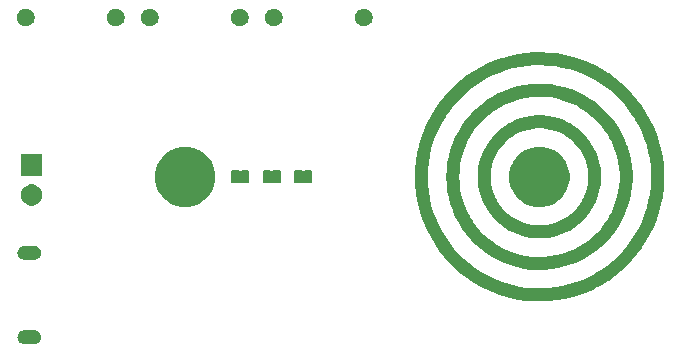
<source format=gbr>
G04 #@! TF.GenerationSoftware,KiCad,Pcbnew,5.1.5-52549c5~84~ubuntu18.04.1*
G04 #@! TF.CreationDate,2020-01-15T09:57:23+01:00*
G04 #@! TF.ProjectId,geneva,67656e65-7661-42e6-9b69-6361645f7063,rev?*
G04 #@! TF.SameCoordinates,Original*
G04 #@! TF.FileFunction,Soldermask,Top*
G04 #@! TF.FilePolarity,Negative*
%FSLAX46Y46*%
G04 Gerber Fmt 4.6, Leading zero omitted, Abs format (unit mm)*
G04 Created by KiCad (PCBNEW 5.1.5-52549c5~84~ubuntu18.04.1) date 2020-01-15 09:57:23*
%MOMM*%
%LPD*%
G04 APERTURE LIST*
%ADD10C,0.101600*%
G04 APERTURE END LIST*
D10*
G36*
X57337916Y-113007334D02*
G01*
X57446492Y-113040271D01*
X57446495Y-113040272D01*
X57482601Y-113059571D01*
X57546557Y-113093756D01*
X57634264Y-113165736D01*
X57706244Y-113253443D01*
X57740429Y-113317399D01*
X57759728Y-113353505D01*
X57759729Y-113353508D01*
X57792666Y-113462084D01*
X57803787Y-113575000D01*
X57792666Y-113687916D01*
X57759729Y-113796492D01*
X57759728Y-113796495D01*
X57740429Y-113832601D01*
X57706244Y-113896557D01*
X57634264Y-113984264D01*
X57546557Y-114056244D01*
X57482601Y-114090429D01*
X57446495Y-114109728D01*
X57446492Y-114109729D01*
X57337916Y-114142666D01*
X57253298Y-114151000D01*
X56346702Y-114151000D01*
X56262084Y-114142666D01*
X56153508Y-114109729D01*
X56153505Y-114109728D01*
X56117399Y-114090429D01*
X56053443Y-114056244D01*
X55965736Y-113984264D01*
X55893756Y-113896557D01*
X55859571Y-113832601D01*
X55840272Y-113796495D01*
X55840271Y-113796492D01*
X55807334Y-113687916D01*
X55796213Y-113575000D01*
X55807334Y-113462084D01*
X55840271Y-113353508D01*
X55840272Y-113353505D01*
X55859571Y-113317399D01*
X55893756Y-113253443D01*
X55965736Y-113165736D01*
X56053443Y-113093756D01*
X56117399Y-113059571D01*
X56153505Y-113040272D01*
X56153508Y-113040271D01*
X56262084Y-113007334D01*
X56346702Y-112999000D01*
X57253298Y-112999000D01*
X57337916Y-113007334D01*
G37*
G36*
X100171046Y-89449623D02*
G01*
X100832605Y-89481136D01*
X100839824Y-89481711D01*
X101498085Y-89555124D01*
X101505267Y-89556156D01*
X102157526Y-89671167D01*
X102164633Y-89672653D01*
X102808264Y-89828797D01*
X102815250Y-89830728D01*
X103447714Y-90027389D01*
X103454567Y-90029760D01*
X104073294Y-90266142D01*
X104079975Y-90268941D01*
X104682436Y-90544075D01*
X104688932Y-90547294D01*
X105272735Y-90860088D01*
X105279016Y-90863715D01*
X105841825Y-91212919D01*
X105847853Y-91216929D01*
X106387355Y-91601106D01*
X106393141Y-91605510D01*
X106907196Y-92023135D01*
X106912680Y-92027888D01*
X107399203Y-92477267D01*
X107404390Y-92482373D01*
X107861427Y-92961699D01*
X107866271Y-92967113D01*
X108292017Y-93474499D01*
X108296484Y-93480179D01*
X108689185Y-94013532D01*
X108693285Y-94019488D01*
X109051374Y-94576685D01*
X109055112Y-94582929D01*
X109377120Y-95161682D01*
X109380436Y-95168112D01*
X109665112Y-95766169D01*
X109668014Y-95772797D01*
X109914172Y-96387671D01*
X109916652Y-96394484D01*
X110123322Y-97023750D01*
X110125363Y-97030699D01*
X110291707Y-97671804D01*
X110293304Y-97678875D01*
X110418647Y-98329221D01*
X110419795Y-98336398D01*
X110503637Y-98993362D01*
X110504330Y-99000624D01*
X110546336Y-99661581D01*
X110546566Y-99668837D01*
X110546566Y-100331163D01*
X110546336Y-100338419D01*
X110504330Y-100999376D01*
X110503637Y-101006638D01*
X110419795Y-101663602D01*
X110418647Y-101670779D01*
X110293304Y-102321125D01*
X110291707Y-102328196D01*
X110125363Y-102969301D01*
X110123322Y-102976250D01*
X109916652Y-103605516D01*
X109914172Y-103612329D01*
X109668014Y-104227203D01*
X109665112Y-104233831D01*
X109380436Y-104831888D01*
X109377120Y-104838318D01*
X109055112Y-105417071D01*
X109051374Y-105423315D01*
X108693285Y-105980512D01*
X108689185Y-105986468D01*
X108296484Y-106519821D01*
X108292017Y-106525501D01*
X107866271Y-107032887D01*
X107861427Y-107038301D01*
X107404390Y-107517627D01*
X107399203Y-107522733D01*
X106912680Y-107972112D01*
X106907196Y-107976865D01*
X106393141Y-108394490D01*
X106387355Y-108398894D01*
X105847853Y-108783071D01*
X105841825Y-108787081D01*
X105279016Y-109136285D01*
X105272735Y-109139912D01*
X104688932Y-109452706D01*
X104682436Y-109455925D01*
X104079975Y-109731059D01*
X104073294Y-109733858D01*
X103454567Y-109970240D01*
X103447714Y-109972611D01*
X102815250Y-110169272D01*
X102808264Y-110171203D01*
X102164633Y-110327347D01*
X102157526Y-110328833D01*
X101505267Y-110443844D01*
X101498085Y-110444876D01*
X100839824Y-110518289D01*
X100832605Y-110518864D01*
X100171046Y-110550377D01*
X100163787Y-110550493D01*
X100057614Y-110548808D01*
X100043383Y-110549394D01*
X100042875Y-110549444D01*
X99957128Y-110549444D01*
X99935253Y-110547290D01*
X99924986Y-110546704D01*
X99501547Y-110539984D01*
X99494321Y-110539640D01*
X98834070Y-110487150D01*
X98826858Y-110486346D01*
X98171263Y-110392085D01*
X98164135Y-110390828D01*
X97515847Y-110255179D01*
X97508799Y-110253470D01*
X96870445Y-110076985D01*
X96863500Y-110074824D01*
X96237619Y-109858205D01*
X96230820Y-109855607D01*
X95619936Y-109599727D01*
X95613343Y-109596716D01*
X95019906Y-109302600D01*
X95013507Y-109299171D01*
X94439951Y-108968029D01*
X94433727Y-108964167D01*
X93882350Y-108597329D01*
X93876415Y-108593103D01*
X93349377Y-108192004D01*
X93343742Y-108187426D01*
X92843191Y-107753697D01*
X92837866Y-107748778D01*
X92365828Y-107284171D01*
X92360832Y-107278931D01*
X91919214Y-106785324D01*
X91914547Y-106779762D01*
X91505128Y-106259142D01*
X91500835Y-106253312D01*
X91125258Y-105707771D01*
X91121323Y-105701648D01*
X90781118Y-105133411D01*
X90777577Y-105127046D01*
X90474096Y-104538378D01*
X90470977Y-104531827D01*
X90205425Y-103925049D01*
X90202736Y-103918335D01*
X89976199Y-103295930D01*
X89973951Y-103289083D01*
X89787341Y-102653545D01*
X89785528Y-102646562D01*
X89639608Y-102000497D01*
X89638233Y-101993362D01*
X89533585Y-101339365D01*
X89532670Y-101332187D01*
X89469711Y-100672847D01*
X89469251Y-100665617D01*
X89448237Y-100003630D01*
X89448237Y-99996370D01*
X89448247Y-99996034D01*
X90552004Y-99996034D01*
X90552004Y-100003966D01*
X90570775Y-100595274D01*
X90571278Y-100603190D01*
X90627511Y-101192100D01*
X90628515Y-101199968D01*
X90721992Y-101784155D01*
X90723493Y-101791944D01*
X90853830Y-102369013D01*
X90855822Y-102376690D01*
X91022494Y-102944326D01*
X91024969Y-102951862D01*
X91227305Y-103507773D01*
X91230253Y-103515137D01*
X91467453Y-104057129D01*
X91470862Y-104064291D01*
X91741946Y-104590121D01*
X91745803Y-104597052D01*
X92049693Y-105104632D01*
X92053981Y-105111305D01*
X92389460Y-105598600D01*
X92394163Y-105604987D01*
X92759860Y-106070009D01*
X92764959Y-106076085D01*
X93159433Y-106516999D01*
X93164906Y-106522740D01*
X93586530Y-106937726D01*
X93592357Y-106943108D01*
X94039465Y-107330529D01*
X94045621Y-107335530D01*
X94516393Y-107693810D01*
X94522855Y-107698411D01*
X95015403Y-108026109D01*
X95022142Y-108030291D01*
X95534494Y-108326098D01*
X95541486Y-108329844D01*
X96071551Y-108592551D01*
X96078766Y-108595846D01*
X96624440Y-108824412D01*
X96631850Y-108827243D01*
X97190911Y-109020735D01*
X97198485Y-109023090D01*
X97768693Y-109180736D01*
X97776401Y-109182606D01*
X98355462Y-109303770D01*
X98363274Y-109305148D01*
X98948856Y-109389342D01*
X98956739Y-109390221D01*
X99546485Y-109437106D01*
X99554408Y-109437483D01*
X100145936Y-109446869D01*
X100153867Y-109446743D01*
X100744810Y-109418593D01*
X100752717Y-109417965D01*
X101340663Y-109352394D01*
X101348514Y-109351265D01*
X101931126Y-109248535D01*
X101938890Y-109246910D01*
X102513827Y-109107432D01*
X102521472Y-109105319D01*
X103086383Y-108929664D01*
X103093878Y-108927070D01*
X103646533Y-108715931D01*
X103653850Y-108712866D01*
X104191981Y-108467109D01*
X104199087Y-108463587D01*
X104720567Y-108184185D01*
X104727436Y-108180219D01*
X105230136Y-107868312D01*
X105236741Y-107863918D01*
X105718641Y-107520757D01*
X105724952Y-107515954D01*
X106184125Y-107142916D01*
X106190120Y-107137721D01*
X106624704Y-106736315D01*
X106630357Y-106730751D01*
X107038611Y-106302587D01*
X107043900Y-106296676D01*
X107424168Y-105843489D01*
X107429071Y-105837254D01*
X107779844Y-105360846D01*
X107784342Y-105354312D01*
X108104188Y-104856620D01*
X108108262Y-104849815D01*
X108395893Y-104332853D01*
X108399528Y-104325803D01*
X108653801Y-103791617D01*
X108656981Y-103784351D01*
X108876858Y-103235126D01*
X108879571Y-103227672D01*
X109064166Y-102665621D01*
X109066401Y-102658010D01*
X109214985Y-102085354D01*
X109216732Y-102077617D01*
X109328692Y-101496711D01*
X109329945Y-101488879D01*
X109404837Y-100902041D01*
X109405591Y-100894145D01*
X109443113Y-100303728D01*
X109443365Y-100295800D01*
X109443365Y-99704200D01*
X109443113Y-99696272D01*
X109405591Y-99105855D01*
X109404837Y-99097959D01*
X109329945Y-98511121D01*
X109328692Y-98503289D01*
X109216732Y-97922383D01*
X109214985Y-97914646D01*
X109066401Y-97341990D01*
X109064166Y-97334379D01*
X108879571Y-96772328D01*
X108876858Y-96764874D01*
X108656981Y-96215649D01*
X108653801Y-96208383D01*
X108399528Y-95674197D01*
X108395893Y-95667147D01*
X108108262Y-95150185D01*
X108104188Y-95143380D01*
X107784342Y-94645688D01*
X107779844Y-94639154D01*
X107429071Y-94162746D01*
X107424168Y-94156511D01*
X107043900Y-93703324D01*
X107038611Y-93697413D01*
X106630357Y-93269249D01*
X106624704Y-93263685D01*
X106190120Y-92862279D01*
X106184125Y-92857084D01*
X105724952Y-92484046D01*
X105718641Y-92479243D01*
X105236741Y-92136082D01*
X105230136Y-92131688D01*
X104727436Y-91819781D01*
X104720567Y-91815815D01*
X104199087Y-91536413D01*
X104191981Y-91532891D01*
X103653850Y-91287134D01*
X103646533Y-91284069D01*
X103093878Y-91072930D01*
X103086383Y-91070336D01*
X102521472Y-90894681D01*
X102513827Y-90892568D01*
X101938890Y-90753090D01*
X101931126Y-90751465D01*
X101348514Y-90648735D01*
X101340663Y-90647606D01*
X100752717Y-90582035D01*
X100744810Y-90581407D01*
X100153867Y-90553257D01*
X100145936Y-90553131D01*
X99554408Y-90562517D01*
X99546485Y-90562894D01*
X98956739Y-90609779D01*
X98948856Y-90610658D01*
X98363274Y-90694852D01*
X98355462Y-90696230D01*
X97776401Y-90817394D01*
X97768693Y-90819264D01*
X97198485Y-90976910D01*
X97190911Y-90979265D01*
X96631850Y-91172757D01*
X96624440Y-91175588D01*
X96078766Y-91404154D01*
X96071551Y-91407449D01*
X95541486Y-91670156D01*
X95534494Y-91673902D01*
X95022142Y-91969709D01*
X95015403Y-91973891D01*
X94522855Y-92301589D01*
X94516393Y-92306190D01*
X94045621Y-92664470D01*
X94039465Y-92669471D01*
X93592357Y-93056892D01*
X93586530Y-93062274D01*
X93164906Y-93477260D01*
X93159433Y-93483001D01*
X92764959Y-93923915D01*
X92759860Y-93929991D01*
X92394163Y-94395013D01*
X92389460Y-94401400D01*
X92053981Y-94888695D01*
X92049693Y-94895368D01*
X91745803Y-95402948D01*
X91741946Y-95409879D01*
X91470862Y-95935709D01*
X91467453Y-95942871D01*
X91230253Y-96484863D01*
X91227305Y-96492227D01*
X91024969Y-97048138D01*
X91022494Y-97055674D01*
X90855822Y-97623310D01*
X90853830Y-97630987D01*
X90723493Y-98208056D01*
X90721992Y-98215845D01*
X90628515Y-98800032D01*
X90627511Y-98807900D01*
X90571278Y-99396810D01*
X90570775Y-99404726D01*
X90552004Y-99996034D01*
X89448247Y-99996034D01*
X89469251Y-99334383D01*
X89469711Y-99327153D01*
X89532670Y-98667813D01*
X89533585Y-98660635D01*
X89638233Y-98006638D01*
X89639608Y-97999503D01*
X89785528Y-97353438D01*
X89787341Y-97346455D01*
X89973951Y-96710917D01*
X89976199Y-96704070D01*
X90202736Y-96081665D01*
X90205425Y-96074951D01*
X90470977Y-95468173D01*
X90474096Y-95461622D01*
X90777577Y-94872954D01*
X90781118Y-94866589D01*
X91121323Y-94298352D01*
X91125258Y-94292229D01*
X91500835Y-93746688D01*
X91505128Y-93740858D01*
X91914547Y-93220238D01*
X91919214Y-93214676D01*
X92360832Y-92721069D01*
X92365828Y-92715829D01*
X92837866Y-92251222D01*
X92843191Y-92246303D01*
X93343742Y-91812574D01*
X93349377Y-91807996D01*
X93876415Y-91406897D01*
X93882350Y-91402671D01*
X94433727Y-91035833D01*
X94439951Y-91031971D01*
X95013507Y-90700829D01*
X95019906Y-90697400D01*
X95613343Y-90403284D01*
X95619936Y-90400273D01*
X96230820Y-90144393D01*
X96237619Y-90141795D01*
X96863500Y-89925176D01*
X96870445Y-89923015D01*
X97508799Y-89746530D01*
X97515847Y-89744821D01*
X98164135Y-89609172D01*
X98171263Y-89607915D01*
X98826858Y-89513654D01*
X98834070Y-89512850D01*
X99494321Y-89460360D01*
X99501546Y-89460016D01*
X100163787Y-89449507D01*
X100171046Y-89449623D01*
G37*
G36*
X100432717Y-92126820D02*
G01*
X100441132Y-92127286D01*
X101012996Y-92180278D01*
X101021347Y-92181364D01*
X101587698Y-92276437D01*
X101596008Y-92278150D01*
X102153772Y-92414786D01*
X102161924Y-92417106D01*
X102708092Y-92594567D01*
X102716018Y-92597470D01*
X103247608Y-92814790D01*
X103255297Y-92818270D01*
X103769389Y-93074257D01*
X103776812Y-93078303D01*
X104270573Y-93371545D01*
X104277672Y-93376124D01*
X104748449Y-93705046D01*
X104755176Y-93710125D01*
X105200373Y-94072915D01*
X105206722Y-94078491D01*
X105623891Y-94473151D01*
X105629831Y-94479202D01*
X106016703Y-94903580D01*
X106022182Y-94910055D01*
X106376664Y-95361857D01*
X106381628Y-95368689D01*
X106701793Y-95845462D01*
X106706234Y-95852635D01*
X106990304Y-96351733D01*
X106994221Y-96359248D01*
X107240663Y-96877978D01*
X107243996Y-96885718D01*
X107451453Y-97421228D01*
X107454207Y-97429202D01*
X107621553Y-97978584D01*
X107623716Y-97986756D01*
X107750028Y-98546976D01*
X107751581Y-98555283D01*
X107836170Y-99123276D01*
X107837108Y-99131698D01*
X107879519Y-99704412D01*
X107879832Y-99712867D01*
X107879832Y-100287133D01*
X107879519Y-100295588D01*
X107837108Y-100868302D01*
X107836170Y-100876724D01*
X107751581Y-101444717D01*
X107750028Y-101453024D01*
X107623716Y-102013244D01*
X107621553Y-102021416D01*
X107454207Y-102570798D01*
X107451453Y-102578772D01*
X107243996Y-103114282D01*
X107240663Y-103122022D01*
X106994221Y-103640752D01*
X106990304Y-103648267D01*
X106706234Y-104147365D01*
X106701793Y-104154538D01*
X106381628Y-104631311D01*
X106376664Y-104638143D01*
X106022182Y-105089945D01*
X106016703Y-105096420D01*
X105629831Y-105520798D01*
X105623891Y-105526849D01*
X105206722Y-105921509D01*
X105200373Y-105927085D01*
X104755176Y-106289875D01*
X104748449Y-106294954D01*
X104277672Y-106623876D01*
X104270573Y-106628455D01*
X103776812Y-106921697D01*
X103769389Y-106925743D01*
X103255297Y-107181730D01*
X103247608Y-107185210D01*
X102716018Y-107402530D01*
X102708092Y-107405433D01*
X102161924Y-107582894D01*
X102153772Y-107585214D01*
X101596008Y-107721850D01*
X101587698Y-107723563D01*
X101021347Y-107818636D01*
X101012996Y-107819722D01*
X100441132Y-107872714D01*
X100432717Y-107873180D01*
X100077701Y-107879742D01*
X100067761Y-107880323D01*
X100042872Y-107882774D01*
X99956564Y-107882774D01*
X99942963Y-107882232D01*
X99858522Y-107883792D01*
X99850060Y-107883636D01*
X99276671Y-107851814D01*
X99268255Y-107851035D01*
X98698746Y-107776950D01*
X98690425Y-107775553D01*
X98127981Y-107659619D01*
X98119755Y-107657604D01*
X97567394Y-107500443D01*
X97559382Y-107497840D01*
X97020110Y-107300306D01*
X97012295Y-107297111D01*
X96489106Y-107060299D01*
X96481530Y-107056527D01*
X95977285Y-106781739D01*
X95970002Y-106777414D01*
X95487418Y-106466129D01*
X95480488Y-106461286D01*
X95022190Y-106115196D01*
X95015655Y-106109871D01*
X94584170Y-105730881D01*
X94578018Y-105725061D01*
X94175706Y-105315244D01*
X94170025Y-105309012D01*
X93799073Y-104870598D01*
X93793855Y-104863948D01*
X93456304Y-104399348D01*
X93451600Y-104392343D01*
X93149268Y-103904061D01*
X93145093Y-103896725D01*
X92879650Y-103387450D01*
X92876032Y-103379834D01*
X92648927Y-102852355D01*
X92645869Y-102844463D01*
X92458348Y-102301672D01*
X92455886Y-102293589D01*
X92308954Y-101738397D01*
X92307103Y-101730188D01*
X92201574Y-101165659D01*
X92200328Y-101157288D01*
X92136784Y-100586559D01*
X92136160Y-100578125D01*
X92114939Y-100004215D01*
X92114939Y-99995785D01*
X92114953Y-99995381D01*
X93218728Y-99995381D01*
X93218728Y-100004619D01*
X93236905Y-100496205D01*
X93237588Y-100505417D01*
X93292021Y-100994322D01*
X93293381Y-101003459D01*
X93383773Y-101487014D01*
X93385805Y-101496026D01*
X93511657Y-101971568D01*
X93514349Y-101980405D01*
X93674988Y-102445380D01*
X93678325Y-102453994D01*
X93872851Y-102905808D01*
X93876815Y-102914152D01*
X94104186Y-103350380D01*
X94108756Y-103358409D01*
X94367722Y-103776653D01*
X94372872Y-103784321D01*
X94662018Y-104182297D01*
X94667720Y-104189565D01*
X94985466Y-104565097D01*
X94991689Y-104571924D01*
X95336304Y-104922967D01*
X95343015Y-104929316D01*
X95712626Y-105253961D01*
X95719788Y-105259797D01*
X96112332Y-105556231D01*
X96119904Y-105561521D01*
X96533302Y-105828178D01*
X96541245Y-105832895D01*
X96973198Y-106068288D01*
X96981467Y-106072406D01*
X97429614Y-106275252D01*
X97438165Y-106278748D01*
X97900077Y-106447945D01*
X97908862Y-106450799D01*
X98382009Y-106585421D01*
X98390982Y-106587619D01*
X98872788Y-106686932D01*
X98881898Y-106688462D01*
X99369703Y-106751918D01*
X99378902Y-106752770D01*
X99870066Y-106780028D01*
X99879302Y-106780199D01*
X100371145Y-106771109D01*
X100380369Y-106770597D01*
X100870200Y-106725207D01*
X100879360Y-106724015D01*
X101364501Y-106642575D01*
X101373549Y-106640710D01*
X101851344Y-106523664D01*
X101860229Y-106521136D01*
X102328071Y-106369125D01*
X102336745Y-106365948D01*
X102792088Y-106179799D01*
X102800504Y-106175989D01*
X103240867Y-105956714D01*
X103248978Y-105952294D01*
X103671924Y-105701108D01*
X103679687Y-105696101D01*
X104082939Y-105414358D01*
X104090311Y-105408791D01*
X104471662Y-105098030D01*
X104478603Y-105091934D01*
X104835944Y-104753875D01*
X104842415Y-104747282D01*
X105173831Y-104383735D01*
X105179798Y-104376683D01*
X105483447Y-103989671D01*
X105488877Y-103982198D01*
X105763127Y-103573799D01*
X105767990Y-103565944D01*
X106011315Y-103138432D01*
X106015585Y-103130241D01*
X106226682Y-102685908D01*
X106230335Y-102677423D01*
X106408043Y-102218706D01*
X106411060Y-102209974D01*
X106554399Y-101739405D01*
X106556762Y-101730475D01*
X106664959Y-101250600D01*
X106666657Y-101241519D01*
X106739118Y-100754954D01*
X106740140Y-100745774D01*
X106776470Y-100255195D01*
X106776811Y-100245963D01*
X106776811Y-99754037D01*
X106776470Y-99744805D01*
X106740140Y-99254226D01*
X106739118Y-99245046D01*
X106666657Y-98758481D01*
X106664959Y-98749400D01*
X106556762Y-98269525D01*
X106554399Y-98260595D01*
X106411060Y-97790026D01*
X106408043Y-97781294D01*
X106230335Y-97322577D01*
X106226682Y-97314092D01*
X106015585Y-96869759D01*
X106011315Y-96861568D01*
X105767990Y-96434056D01*
X105763127Y-96426201D01*
X105488877Y-96017802D01*
X105483447Y-96010329D01*
X105179798Y-95623317D01*
X105173831Y-95616265D01*
X104842415Y-95252718D01*
X104835944Y-95246125D01*
X104478603Y-94908066D01*
X104471662Y-94901970D01*
X104090311Y-94591209D01*
X104082939Y-94585642D01*
X103679687Y-94303899D01*
X103671924Y-94298892D01*
X103248978Y-94047706D01*
X103240867Y-94043286D01*
X102800504Y-93824011D01*
X102792088Y-93820201D01*
X102336745Y-93634052D01*
X102328071Y-93630875D01*
X101860229Y-93478864D01*
X101851344Y-93476336D01*
X101373549Y-93359290D01*
X101364501Y-93357425D01*
X100879360Y-93275985D01*
X100870200Y-93274793D01*
X100380369Y-93229403D01*
X100371145Y-93228891D01*
X99879302Y-93219801D01*
X99870066Y-93219972D01*
X99378902Y-93247230D01*
X99369703Y-93248082D01*
X98881898Y-93311538D01*
X98872788Y-93313068D01*
X98390982Y-93412381D01*
X98382009Y-93414579D01*
X97908862Y-93549201D01*
X97900077Y-93552055D01*
X97438165Y-93721252D01*
X97429614Y-93724748D01*
X96981467Y-93927594D01*
X96973198Y-93931712D01*
X96541245Y-94167105D01*
X96533302Y-94171822D01*
X96119904Y-94438479D01*
X96112332Y-94443769D01*
X95719788Y-94740203D01*
X95712626Y-94746039D01*
X95343015Y-95070684D01*
X95336304Y-95077033D01*
X94991689Y-95428076D01*
X94985466Y-95434903D01*
X94667720Y-95810435D01*
X94662018Y-95817703D01*
X94372872Y-96215679D01*
X94367722Y-96223347D01*
X94108756Y-96641591D01*
X94104186Y-96649620D01*
X93876815Y-97085848D01*
X93872851Y-97094192D01*
X93678325Y-97546006D01*
X93674988Y-97554620D01*
X93514349Y-98019595D01*
X93511657Y-98028432D01*
X93385805Y-98503974D01*
X93383773Y-98512986D01*
X93293381Y-98996541D01*
X93292021Y-99005678D01*
X93237588Y-99494583D01*
X93236905Y-99503795D01*
X93218728Y-99995381D01*
X92114953Y-99995381D01*
X92136160Y-99421875D01*
X92136784Y-99413441D01*
X92200328Y-98842712D01*
X92201574Y-98834341D01*
X92307103Y-98269812D01*
X92308954Y-98261603D01*
X92455886Y-97706411D01*
X92458348Y-97698328D01*
X92645869Y-97155537D01*
X92648927Y-97147645D01*
X92876032Y-96620166D01*
X92879650Y-96612550D01*
X93145093Y-96103275D01*
X93149268Y-96095939D01*
X93451600Y-95607657D01*
X93456304Y-95600652D01*
X93793855Y-95136052D01*
X93799073Y-95129402D01*
X94170025Y-94690988D01*
X94175706Y-94684756D01*
X94578018Y-94274939D01*
X94584170Y-94269119D01*
X95015655Y-93890129D01*
X95022190Y-93884804D01*
X95480488Y-93538714D01*
X95487418Y-93533871D01*
X95970002Y-93222586D01*
X95977285Y-93218261D01*
X96481530Y-92943473D01*
X96489106Y-92939701D01*
X97012295Y-92702889D01*
X97020110Y-92699694D01*
X97559382Y-92502160D01*
X97567394Y-92499557D01*
X98119755Y-92342396D01*
X98127981Y-92340381D01*
X98690425Y-92224447D01*
X98698746Y-92223050D01*
X99268255Y-92148965D01*
X99276671Y-92148186D01*
X99850060Y-92116364D01*
X99858521Y-92116208D01*
X100432717Y-92126820D01*
G37*
G36*
X100246278Y-94787479D02*
G01*
X100715722Y-94830979D01*
X100726162Y-94832435D01*
X101189609Y-94919069D01*
X101199885Y-94921486D01*
X101653340Y-95050505D01*
X101663342Y-95053857D01*
X102102968Y-95224169D01*
X102112611Y-95228427D01*
X102534651Y-95438577D01*
X102543886Y-95443721D01*
X102944719Y-95691907D01*
X102953419Y-95697867D01*
X103329652Y-95981985D01*
X103337787Y-95988739D01*
X103686170Y-96306334D01*
X103693666Y-96313830D01*
X104011261Y-96662213D01*
X104018015Y-96670348D01*
X104302133Y-97046581D01*
X104308093Y-97055281D01*
X104556279Y-97456114D01*
X104561423Y-97465349D01*
X104771573Y-97887389D01*
X104775831Y-97897032D01*
X104946143Y-98336658D01*
X104949495Y-98346660D01*
X105078514Y-98800115D01*
X105080931Y-98810391D01*
X105167565Y-99273838D01*
X105169021Y-99284278D01*
X105212521Y-99753722D01*
X105213009Y-99764277D01*
X105213009Y-100235723D01*
X105212521Y-100246278D01*
X105169021Y-100715722D01*
X105167565Y-100726162D01*
X105080931Y-101189609D01*
X105078514Y-101199885D01*
X104949495Y-101653340D01*
X104946143Y-101663342D01*
X104775831Y-102102968D01*
X104771573Y-102112611D01*
X104561423Y-102534651D01*
X104556279Y-102543886D01*
X104308093Y-102944719D01*
X104302133Y-102953419D01*
X104018015Y-103329652D01*
X104011261Y-103337787D01*
X103693666Y-103686170D01*
X103686170Y-103693666D01*
X103337787Y-104011261D01*
X103329652Y-104018015D01*
X102953419Y-104302133D01*
X102944719Y-104308093D01*
X102543886Y-104556279D01*
X102534651Y-104561423D01*
X102112611Y-104771573D01*
X102102968Y-104775831D01*
X101663342Y-104946143D01*
X101653340Y-104949495D01*
X101199885Y-105078514D01*
X101189609Y-105080931D01*
X100726162Y-105167565D01*
X100715722Y-105169021D01*
X100246278Y-105212521D01*
X100235723Y-105213009D01*
X100080536Y-105213009D01*
X100068284Y-105213611D01*
X100042869Y-105216114D01*
X99957131Y-105216114D01*
X99931716Y-105213611D01*
X99919464Y-105213009D01*
X99764277Y-105213009D01*
X99753722Y-105212521D01*
X99284278Y-105169021D01*
X99273838Y-105167565D01*
X98810391Y-105080931D01*
X98800115Y-105078514D01*
X98346660Y-104949495D01*
X98336658Y-104946143D01*
X97897032Y-104775831D01*
X97887389Y-104771573D01*
X97465349Y-104561423D01*
X97456114Y-104556279D01*
X97055281Y-104308093D01*
X97046581Y-104302133D01*
X96670348Y-104018015D01*
X96662213Y-104011261D01*
X96313830Y-103693666D01*
X96306334Y-103686170D01*
X95988739Y-103337787D01*
X95981985Y-103329652D01*
X95697867Y-102953419D01*
X95691907Y-102944719D01*
X95443721Y-102543886D01*
X95438577Y-102534651D01*
X95228427Y-102112611D01*
X95224169Y-102102968D01*
X95053857Y-101663342D01*
X95050505Y-101653340D01*
X94921486Y-101199885D01*
X94919069Y-101189609D01*
X94832435Y-100726162D01*
X94830979Y-100715722D01*
X94787479Y-100246278D01*
X94786991Y-100235723D01*
X94786991Y-99815750D01*
X95889628Y-99815750D01*
X95889628Y-100184250D01*
X95890161Y-100195784D01*
X95924164Y-100562730D01*
X95925759Y-100574164D01*
X95993472Y-100936397D01*
X95996116Y-100947636D01*
X96096961Y-101302074D01*
X96100630Y-101313022D01*
X96233757Y-101656660D01*
X96238421Y-101667222D01*
X96402672Y-101997081D01*
X96408290Y-102007167D01*
X96602293Y-102320494D01*
X96608818Y-102330020D01*
X96830884Y-102624083D01*
X96838260Y-102632965D01*
X97086531Y-102905305D01*
X97094695Y-102913469D01*
X97367035Y-103161740D01*
X97375917Y-103169116D01*
X97669980Y-103391182D01*
X97679506Y-103397707D01*
X97992833Y-103591710D01*
X98002919Y-103597328D01*
X98332778Y-103761579D01*
X98343340Y-103766243D01*
X98686978Y-103899370D01*
X98697926Y-103903039D01*
X99052364Y-104003884D01*
X99063603Y-104006528D01*
X99425836Y-104074241D01*
X99437270Y-104075836D01*
X99804216Y-104109839D01*
X99815750Y-104110372D01*
X100184250Y-104110372D01*
X100195784Y-104109839D01*
X100562730Y-104075836D01*
X100574164Y-104074241D01*
X100936397Y-104006528D01*
X100947636Y-104003884D01*
X101302074Y-103903039D01*
X101313022Y-103899370D01*
X101656660Y-103766243D01*
X101667222Y-103761579D01*
X101997081Y-103597328D01*
X102007167Y-103591710D01*
X102320494Y-103397707D01*
X102330020Y-103391182D01*
X102624083Y-103169116D01*
X102632965Y-103161740D01*
X102905305Y-102913469D01*
X102913469Y-102905305D01*
X103161740Y-102632965D01*
X103169116Y-102624083D01*
X103391182Y-102330020D01*
X103397707Y-102320494D01*
X103591710Y-102007167D01*
X103597328Y-101997081D01*
X103761579Y-101667222D01*
X103766243Y-101656660D01*
X103899370Y-101313022D01*
X103903039Y-101302074D01*
X104003884Y-100947636D01*
X104006528Y-100936397D01*
X104074241Y-100574164D01*
X104075836Y-100562730D01*
X104109839Y-100195784D01*
X104110372Y-100184250D01*
X104110372Y-99815750D01*
X104109839Y-99804216D01*
X104075836Y-99437270D01*
X104074241Y-99425836D01*
X104006528Y-99063603D01*
X104003884Y-99052364D01*
X103903039Y-98697926D01*
X103899370Y-98686978D01*
X103766243Y-98343340D01*
X103761579Y-98332778D01*
X103597328Y-98002919D01*
X103591710Y-97992833D01*
X103397707Y-97679506D01*
X103391182Y-97669980D01*
X103169116Y-97375917D01*
X103161740Y-97367035D01*
X102913469Y-97094695D01*
X102905305Y-97086531D01*
X102632965Y-96838260D01*
X102624083Y-96830884D01*
X102330020Y-96608818D01*
X102320494Y-96602293D01*
X102007167Y-96408290D01*
X101997081Y-96402672D01*
X101667222Y-96238421D01*
X101656660Y-96233757D01*
X101313022Y-96100630D01*
X101302074Y-96096961D01*
X100947636Y-95996116D01*
X100936397Y-95993472D01*
X100574164Y-95925759D01*
X100562730Y-95924164D01*
X100195784Y-95890161D01*
X100184250Y-95889628D01*
X99815750Y-95889628D01*
X99804216Y-95890161D01*
X99437270Y-95924164D01*
X99425836Y-95925759D01*
X99063603Y-95993472D01*
X99052364Y-95996116D01*
X98697926Y-96096961D01*
X98686978Y-96100630D01*
X98343340Y-96233757D01*
X98332778Y-96238421D01*
X98002919Y-96402672D01*
X97992833Y-96408290D01*
X97679506Y-96602293D01*
X97669980Y-96608818D01*
X97375917Y-96830884D01*
X97367035Y-96838260D01*
X97094695Y-97086531D01*
X97086531Y-97094695D01*
X96838260Y-97367035D01*
X96830884Y-97375917D01*
X96608818Y-97669980D01*
X96602293Y-97679506D01*
X96408290Y-97992833D01*
X96402672Y-98002919D01*
X96238421Y-98332778D01*
X96233757Y-98343340D01*
X96100630Y-98686978D01*
X96096961Y-98697926D01*
X95996116Y-99052364D01*
X95993472Y-99063603D01*
X95925759Y-99425836D01*
X95924164Y-99437270D01*
X95890161Y-99804216D01*
X95889628Y-99815750D01*
X94786991Y-99815750D01*
X94786991Y-99764277D01*
X94787479Y-99753722D01*
X94830979Y-99284278D01*
X94832435Y-99273838D01*
X94919069Y-98810391D01*
X94921486Y-98800115D01*
X95050505Y-98346660D01*
X95053857Y-98336658D01*
X95224169Y-97897032D01*
X95228427Y-97887389D01*
X95438577Y-97465349D01*
X95443721Y-97456114D01*
X95691907Y-97055281D01*
X95697867Y-97046581D01*
X95981985Y-96670348D01*
X95988739Y-96662213D01*
X96306334Y-96313830D01*
X96313830Y-96306334D01*
X96662213Y-95988739D01*
X96670348Y-95981985D01*
X97046581Y-95697867D01*
X97055281Y-95691907D01*
X97456114Y-95443721D01*
X97465349Y-95438577D01*
X97887389Y-95228427D01*
X97897032Y-95224169D01*
X98336658Y-95053857D01*
X98346660Y-95050505D01*
X98800115Y-94921486D01*
X98810391Y-94919069D01*
X99273838Y-94832435D01*
X99284278Y-94830979D01*
X99753722Y-94787479D01*
X99764277Y-94786991D01*
X100235723Y-94786991D01*
X100246278Y-94787479D01*
G37*
G36*
X100744098Y-97547033D02*
G01*
X101123864Y-97704337D01*
X101208352Y-97739333D01*
X101626168Y-98018509D01*
X101981491Y-98373832D01*
X102235379Y-98753802D01*
X102260668Y-98791650D01*
X102452967Y-99255902D01*
X102551000Y-99748747D01*
X102551000Y-100251253D01*
X102452967Y-100744098D01*
X102278351Y-101165659D01*
X102260667Y-101208352D01*
X101981491Y-101626168D01*
X101626168Y-101981491D01*
X101208352Y-102260667D01*
X101208351Y-102260668D01*
X101208350Y-102260668D01*
X100744098Y-102452967D01*
X100251253Y-102551000D01*
X99748747Y-102551000D01*
X99255902Y-102452967D01*
X98791650Y-102260668D01*
X98791649Y-102260668D01*
X98791648Y-102260667D01*
X98373832Y-101981491D01*
X98018509Y-101626168D01*
X97739333Y-101208352D01*
X97721649Y-101165659D01*
X97547033Y-100744098D01*
X97449000Y-100251253D01*
X97449000Y-99748747D01*
X97547033Y-99255902D01*
X97739332Y-98791650D01*
X97764621Y-98753802D01*
X98018509Y-98373832D01*
X98373832Y-98018509D01*
X98791648Y-97739333D01*
X98876136Y-97704337D01*
X99255902Y-97547033D01*
X99748747Y-97449000D01*
X100251253Y-97449000D01*
X100744098Y-97547033D01*
G37*
G36*
X57337916Y-105857334D02*
G01*
X57446492Y-105890271D01*
X57446495Y-105890272D01*
X57482601Y-105909571D01*
X57546557Y-105943756D01*
X57634264Y-106015736D01*
X57706244Y-106103443D01*
X57740429Y-106167399D01*
X57759728Y-106203505D01*
X57759729Y-106203508D01*
X57792666Y-106312084D01*
X57803787Y-106425000D01*
X57792666Y-106537916D01*
X57761483Y-106640710D01*
X57759728Y-106646495D01*
X57740429Y-106682601D01*
X57706244Y-106746557D01*
X57634264Y-106834264D01*
X57546557Y-106906244D01*
X57487657Y-106937726D01*
X57446495Y-106959728D01*
X57446492Y-106959729D01*
X57337916Y-106992666D01*
X57253298Y-107001000D01*
X56346702Y-107001000D01*
X56262084Y-106992666D01*
X56153508Y-106959729D01*
X56153505Y-106959728D01*
X56112343Y-106937726D01*
X56053443Y-106906244D01*
X55965736Y-106834264D01*
X55893756Y-106746557D01*
X55859571Y-106682601D01*
X55840272Y-106646495D01*
X55838517Y-106640710D01*
X55807334Y-106537916D01*
X55796213Y-106425000D01*
X55807334Y-106312084D01*
X55840271Y-106203508D01*
X55840272Y-106203505D01*
X55859571Y-106167399D01*
X55893756Y-106103443D01*
X55965736Y-106015736D01*
X56053443Y-105943756D01*
X56117399Y-105909571D01*
X56153505Y-105890272D01*
X56153508Y-105890271D01*
X56262084Y-105857334D01*
X56346702Y-105849000D01*
X57253298Y-105849000D01*
X57337916Y-105857334D01*
G37*
G36*
X70744098Y-97547033D02*
G01*
X71123864Y-97704337D01*
X71208352Y-97739333D01*
X71626168Y-98018509D01*
X71981491Y-98373832D01*
X72235379Y-98753802D01*
X72260668Y-98791650D01*
X72452967Y-99255902D01*
X72551000Y-99748747D01*
X72551000Y-100251253D01*
X72452967Y-100744098D01*
X72278351Y-101165659D01*
X72260667Y-101208352D01*
X71981491Y-101626168D01*
X71626168Y-101981491D01*
X71208352Y-102260667D01*
X71208351Y-102260668D01*
X71208350Y-102260668D01*
X70744098Y-102452967D01*
X70251253Y-102551000D01*
X69748747Y-102551000D01*
X69255902Y-102452967D01*
X68791650Y-102260668D01*
X68791649Y-102260668D01*
X68791648Y-102260667D01*
X68373832Y-101981491D01*
X68018509Y-101626168D01*
X67739333Y-101208352D01*
X67721649Y-101165659D01*
X67547033Y-100744098D01*
X67449000Y-100251253D01*
X67449000Y-99748747D01*
X67547033Y-99255902D01*
X67739332Y-98791650D01*
X67764621Y-98753802D01*
X68018509Y-98373832D01*
X68373832Y-98018509D01*
X68791648Y-97739333D01*
X68876136Y-97704337D01*
X69255902Y-97547033D01*
X69748747Y-97449000D01*
X70251253Y-97449000D01*
X70744098Y-97547033D01*
G37*
G36*
X57113512Y-100643927D02*
G01*
X57262812Y-100673624D01*
X57426784Y-100741544D01*
X57574354Y-100840147D01*
X57699853Y-100965646D01*
X57798456Y-101113216D01*
X57866376Y-101277188D01*
X57878336Y-101337318D01*
X57900878Y-101450643D01*
X57901000Y-101451259D01*
X57901000Y-101628741D01*
X57866376Y-101802812D01*
X57798456Y-101966784D01*
X57699853Y-102114354D01*
X57574354Y-102239853D01*
X57426784Y-102338456D01*
X57262812Y-102406376D01*
X57113512Y-102436073D01*
X57088742Y-102441000D01*
X56911258Y-102441000D01*
X56886488Y-102436073D01*
X56737188Y-102406376D01*
X56573216Y-102338456D01*
X56425646Y-102239853D01*
X56300147Y-102114354D01*
X56201544Y-101966784D01*
X56133624Y-101802812D01*
X56099000Y-101628741D01*
X56099000Y-101451259D01*
X56099123Y-101450643D01*
X56121664Y-101337318D01*
X56133624Y-101277188D01*
X56201544Y-101113216D01*
X56300147Y-100965646D01*
X56425646Y-100840147D01*
X56573216Y-100741544D01*
X56737188Y-100673624D01*
X56886488Y-100643927D01*
X56911258Y-100639000D01*
X57088742Y-100639000D01*
X57113512Y-100643927D01*
G37*
G36*
X77193258Y-99451764D02*
G01*
X77214339Y-99458160D01*
X77233774Y-99468548D01*
X77254033Y-99485173D01*
X77274407Y-99498786D01*
X77297046Y-99508163D01*
X77321080Y-99512943D01*
X77345584Y-99512943D01*
X77369617Y-99508162D01*
X77392256Y-99498784D01*
X77412627Y-99485173D01*
X77432886Y-99468548D01*
X77452321Y-99458160D01*
X77473402Y-99451764D01*
X77501470Y-99449000D01*
X77965190Y-99449000D01*
X77993258Y-99451764D01*
X78014339Y-99458160D01*
X78033775Y-99468548D01*
X78050806Y-99482524D01*
X78064782Y-99499555D01*
X78075170Y-99518991D01*
X78081566Y-99540072D01*
X78084330Y-99568140D01*
X78084330Y-100431860D01*
X78081566Y-100459928D01*
X78075170Y-100481009D01*
X78064782Y-100500445D01*
X78050806Y-100517476D01*
X78033775Y-100531452D01*
X78014339Y-100541840D01*
X77993258Y-100548236D01*
X77965190Y-100551000D01*
X77501470Y-100551000D01*
X77473402Y-100548236D01*
X77452321Y-100541840D01*
X77432886Y-100531452D01*
X77412627Y-100514827D01*
X77392253Y-100501214D01*
X77369614Y-100491837D01*
X77345580Y-100487057D01*
X77321076Y-100487057D01*
X77297043Y-100491838D01*
X77274404Y-100501216D01*
X77254033Y-100514827D01*
X77233774Y-100531452D01*
X77214339Y-100541840D01*
X77193258Y-100548236D01*
X77165190Y-100551000D01*
X76701470Y-100551000D01*
X76673402Y-100548236D01*
X76652321Y-100541840D01*
X76632885Y-100531452D01*
X76615854Y-100517476D01*
X76601878Y-100500445D01*
X76591490Y-100481009D01*
X76585094Y-100459928D01*
X76582330Y-100431860D01*
X76582330Y-99568140D01*
X76585094Y-99540072D01*
X76591490Y-99518991D01*
X76601878Y-99499555D01*
X76615854Y-99482524D01*
X76632885Y-99468548D01*
X76652321Y-99458160D01*
X76673402Y-99451764D01*
X76701470Y-99449000D01*
X77165190Y-99449000D01*
X77193258Y-99451764D01*
G37*
G36*
X79859928Y-99451764D02*
G01*
X79881009Y-99458160D01*
X79900444Y-99468548D01*
X79920703Y-99485173D01*
X79941077Y-99498786D01*
X79963716Y-99508163D01*
X79987750Y-99512943D01*
X80012254Y-99512943D01*
X80036287Y-99508162D01*
X80058926Y-99498784D01*
X80079297Y-99485173D01*
X80099556Y-99468548D01*
X80118991Y-99458160D01*
X80140072Y-99451764D01*
X80168140Y-99449000D01*
X80631860Y-99449000D01*
X80659928Y-99451764D01*
X80681009Y-99458160D01*
X80700445Y-99468548D01*
X80717476Y-99482524D01*
X80731452Y-99499555D01*
X80741840Y-99518991D01*
X80748236Y-99540072D01*
X80751000Y-99568140D01*
X80751000Y-100431860D01*
X80748236Y-100459928D01*
X80741840Y-100481009D01*
X80731452Y-100500445D01*
X80717476Y-100517476D01*
X80700445Y-100531452D01*
X80681009Y-100541840D01*
X80659928Y-100548236D01*
X80631860Y-100551000D01*
X80168140Y-100551000D01*
X80140072Y-100548236D01*
X80118991Y-100541840D01*
X80099556Y-100531452D01*
X80079297Y-100514827D01*
X80058923Y-100501214D01*
X80036284Y-100491837D01*
X80012250Y-100487057D01*
X79987746Y-100487057D01*
X79963713Y-100491838D01*
X79941074Y-100501216D01*
X79920703Y-100514827D01*
X79900444Y-100531452D01*
X79881009Y-100541840D01*
X79859928Y-100548236D01*
X79831860Y-100551000D01*
X79368140Y-100551000D01*
X79340072Y-100548236D01*
X79318991Y-100541840D01*
X79299555Y-100531452D01*
X79282524Y-100517476D01*
X79268548Y-100500445D01*
X79258160Y-100481009D01*
X79251764Y-100459928D01*
X79249000Y-100431860D01*
X79249000Y-99568140D01*
X79251764Y-99540072D01*
X79258160Y-99518991D01*
X79268548Y-99499555D01*
X79282524Y-99482524D01*
X79299555Y-99468548D01*
X79318991Y-99458160D01*
X79340072Y-99451764D01*
X79368140Y-99449000D01*
X79831860Y-99449000D01*
X79859928Y-99451764D01*
G37*
G36*
X74526598Y-99451764D02*
G01*
X74547679Y-99458160D01*
X74567114Y-99468548D01*
X74587373Y-99485173D01*
X74607747Y-99498786D01*
X74630386Y-99508163D01*
X74654420Y-99512943D01*
X74678924Y-99512943D01*
X74702957Y-99508162D01*
X74725596Y-99498784D01*
X74745967Y-99485173D01*
X74766226Y-99468548D01*
X74785661Y-99458160D01*
X74806742Y-99451764D01*
X74834810Y-99449000D01*
X75298530Y-99449000D01*
X75326598Y-99451764D01*
X75347679Y-99458160D01*
X75367115Y-99468548D01*
X75384146Y-99482524D01*
X75398122Y-99499555D01*
X75408510Y-99518991D01*
X75414906Y-99540072D01*
X75417670Y-99568140D01*
X75417670Y-100431860D01*
X75414906Y-100459928D01*
X75408510Y-100481009D01*
X75398122Y-100500445D01*
X75384146Y-100517476D01*
X75367115Y-100531452D01*
X75347679Y-100541840D01*
X75326598Y-100548236D01*
X75298530Y-100551000D01*
X74834810Y-100551000D01*
X74806742Y-100548236D01*
X74785661Y-100541840D01*
X74766226Y-100531452D01*
X74745967Y-100514827D01*
X74725593Y-100501214D01*
X74702954Y-100491837D01*
X74678920Y-100487057D01*
X74654416Y-100487057D01*
X74630383Y-100491838D01*
X74607744Y-100501216D01*
X74587373Y-100514827D01*
X74567114Y-100531452D01*
X74547679Y-100541840D01*
X74526598Y-100548236D01*
X74498530Y-100551000D01*
X74034810Y-100551000D01*
X74006742Y-100548236D01*
X73985661Y-100541840D01*
X73966225Y-100531452D01*
X73949194Y-100517476D01*
X73935218Y-100500445D01*
X73924830Y-100481009D01*
X73918434Y-100459928D01*
X73915670Y-100431860D01*
X73915670Y-99568140D01*
X73918434Y-99540072D01*
X73924830Y-99518991D01*
X73935218Y-99499555D01*
X73949194Y-99482524D01*
X73966225Y-99468548D01*
X73985661Y-99458160D01*
X74006742Y-99451764D01*
X74034810Y-99449000D01*
X74498530Y-99449000D01*
X74526598Y-99451764D01*
G37*
G36*
X57901000Y-99901000D02*
G01*
X56099000Y-99901000D01*
X56099000Y-98099000D01*
X57901000Y-98099000D01*
X57901000Y-99901000D01*
G37*
G36*
X85339059Y-85777860D02*
G01*
X85475732Y-85834472D01*
X85598735Y-85916660D01*
X85703340Y-86021265D01*
X85785528Y-86144268D01*
X85842140Y-86280941D01*
X85871000Y-86426033D01*
X85871000Y-86573967D01*
X85842140Y-86719059D01*
X85785528Y-86855732D01*
X85703340Y-86978735D01*
X85598735Y-87083340D01*
X85475732Y-87165528D01*
X85475731Y-87165529D01*
X85475730Y-87165529D01*
X85339059Y-87222140D01*
X85193968Y-87251000D01*
X85046032Y-87251000D01*
X84900941Y-87222140D01*
X84764270Y-87165529D01*
X84764269Y-87165529D01*
X84764268Y-87165528D01*
X84641265Y-87083340D01*
X84536660Y-86978735D01*
X84454472Y-86855732D01*
X84397860Y-86719059D01*
X84369000Y-86573967D01*
X84369000Y-86426033D01*
X84397860Y-86280941D01*
X84454472Y-86144268D01*
X84536660Y-86021265D01*
X84641265Y-85916660D01*
X84764268Y-85834472D01*
X84900941Y-85777860D01*
X85046032Y-85749000D01*
X85193968Y-85749000D01*
X85339059Y-85777860D01*
G37*
G36*
X77719059Y-85777860D02*
G01*
X77855732Y-85834472D01*
X77978735Y-85916660D01*
X78083340Y-86021265D01*
X78165528Y-86144268D01*
X78222140Y-86280941D01*
X78251000Y-86426033D01*
X78251000Y-86573967D01*
X78222140Y-86719059D01*
X78165528Y-86855732D01*
X78083340Y-86978735D01*
X77978735Y-87083340D01*
X77855732Y-87165528D01*
X77855731Y-87165529D01*
X77855730Y-87165529D01*
X77719059Y-87222140D01*
X77573968Y-87251000D01*
X77426032Y-87251000D01*
X77280941Y-87222140D01*
X77144270Y-87165529D01*
X77144269Y-87165529D01*
X77144268Y-87165528D01*
X77021265Y-87083340D01*
X76916660Y-86978735D01*
X76834472Y-86855732D01*
X76777860Y-86719059D01*
X76749000Y-86573967D01*
X76749000Y-86426033D01*
X76777860Y-86280941D01*
X76834472Y-86144268D01*
X76916660Y-86021265D01*
X77021265Y-85916660D01*
X77144268Y-85834472D01*
X77280941Y-85777860D01*
X77426032Y-85749000D01*
X77573968Y-85749000D01*
X77719059Y-85777860D01*
G37*
G36*
X74839059Y-85777860D02*
G01*
X74975732Y-85834472D01*
X75098735Y-85916660D01*
X75203340Y-86021265D01*
X75285528Y-86144268D01*
X75342140Y-86280941D01*
X75371000Y-86426033D01*
X75371000Y-86573967D01*
X75342140Y-86719059D01*
X75285528Y-86855732D01*
X75203340Y-86978735D01*
X75098735Y-87083340D01*
X74975732Y-87165528D01*
X74975731Y-87165529D01*
X74975730Y-87165529D01*
X74839059Y-87222140D01*
X74693968Y-87251000D01*
X74546032Y-87251000D01*
X74400941Y-87222140D01*
X74264270Y-87165529D01*
X74264269Y-87165529D01*
X74264268Y-87165528D01*
X74141265Y-87083340D01*
X74036660Y-86978735D01*
X73954472Y-86855732D01*
X73897860Y-86719059D01*
X73869000Y-86573967D01*
X73869000Y-86426033D01*
X73897860Y-86280941D01*
X73954472Y-86144268D01*
X74036660Y-86021265D01*
X74141265Y-85916660D01*
X74264268Y-85834472D01*
X74400941Y-85777860D01*
X74546032Y-85749000D01*
X74693968Y-85749000D01*
X74839059Y-85777860D01*
G37*
G36*
X67219059Y-85777860D02*
G01*
X67355732Y-85834472D01*
X67478735Y-85916660D01*
X67583340Y-86021265D01*
X67665528Y-86144268D01*
X67722140Y-86280941D01*
X67751000Y-86426033D01*
X67751000Y-86573967D01*
X67722140Y-86719059D01*
X67665528Y-86855732D01*
X67583340Y-86978735D01*
X67478735Y-87083340D01*
X67355732Y-87165528D01*
X67355731Y-87165529D01*
X67355730Y-87165529D01*
X67219059Y-87222140D01*
X67073968Y-87251000D01*
X66926032Y-87251000D01*
X66780941Y-87222140D01*
X66644270Y-87165529D01*
X66644269Y-87165529D01*
X66644268Y-87165528D01*
X66521265Y-87083340D01*
X66416660Y-86978735D01*
X66334472Y-86855732D01*
X66277860Y-86719059D01*
X66249000Y-86573967D01*
X66249000Y-86426033D01*
X66277860Y-86280941D01*
X66334472Y-86144268D01*
X66416660Y-86021265D01*
X66521265Y-85916660D01*
X66644268Y-85834472D01*
X66780941Y-85777860D01*
X66926032Y-85749000D01*
X67073968Y-85749000D01*
X67219059Y-85777860D01*
G37*
G36*
X64339059Y-85777860D02*
G01*
X64475732Y-85834472D01*
X64598735Y-85916660D01*
X64703340Y-86021265D01*
X64785528Y-86144268D01*
X64842140Y-86280941D01*
X64871000Y-86426033D01*
X64871000Y-86573967D01*
X64842140Y-86719059D01*
X64785528Y-86855732D01*
X64703340Y-86978735D01*
X64598735Y-87083340D01*
X64475732Y-87165528D01*
X64475731Y-87165529D01*
X64475730Y-87165529D01*
X64339059Y-87222140D01*
X64193968Y-87251000D01*
X64046032Y-87251000D01*
X63900941Y-87222140D01*
X63764270Y-87165529D01*
X63764269Y-87165529D01*
X63764268Y-87165528D01*
X63641265Y-87083340D01*
X63536660Y-86978735D01*
X63454472Y-86855732D01*
X63397860Y-86719059D01*
X63369000Y-86573967D01*
X63369000Y-86426033D01*
X63397860Y-86280941D01*
X63454472Y-86144268D01*
X63536660Y-86021265D01*
X63641265Y-85916660D01*
X63764268Y-85834472D01*
X63900941Y-85777860D01*
X64046032Y-85749000D01*
X64193968Y-85749000D01*
X64339059Y-85777860D01*
G37*
G36*
X56719059Y-85777860D02*
G01*
X56855732Y-85834472D01*
X56978735Y-85916660D01*
X57083340Y-86021265D01*
X57165528Y-86144268D01*
X57222140Y-86280941D01*
X57251000Y-86426033D01*
X57251000Y-86573967D01*
X57222140Y-86719059D01*
X57165528Y-86855732D01*
X57083340Y-86978735D01*
X56978735Y-87083340D01*
X56855732Y-87165528D01*
X56855731Y-87165529D01*
X56855730Y-87165529D01*
X56719059Y-87222140D01*
X56573968Y-87251000D01*
X56426032Y-87251000D01*
X56280941Y-87222140D01*
X56144270Y-87165529D01*
X56144269Y-87165529D01*
X56144268Y-87165528D01*
X56021265Y-87083340D01*
X55916660Y-86978735D01*
X55834472Y-86855732D01*
X55777860Y-86719059D01*
X55749000Y-86573967D01*
X55749000Y-86426033D01*
X55777860Y-86280941D01*
X55834472Y-86144268D01*
X55916660Y-86021265D01*
X56021265Y-85916660D01*
X56144268Y-85834472D01*
X56280941Y-85777860D01*
X56426032Y-85749000D01*
X56573968Y-85749000D01*
X56719059Y-85777860D01*
G37*
M02*

</source>
